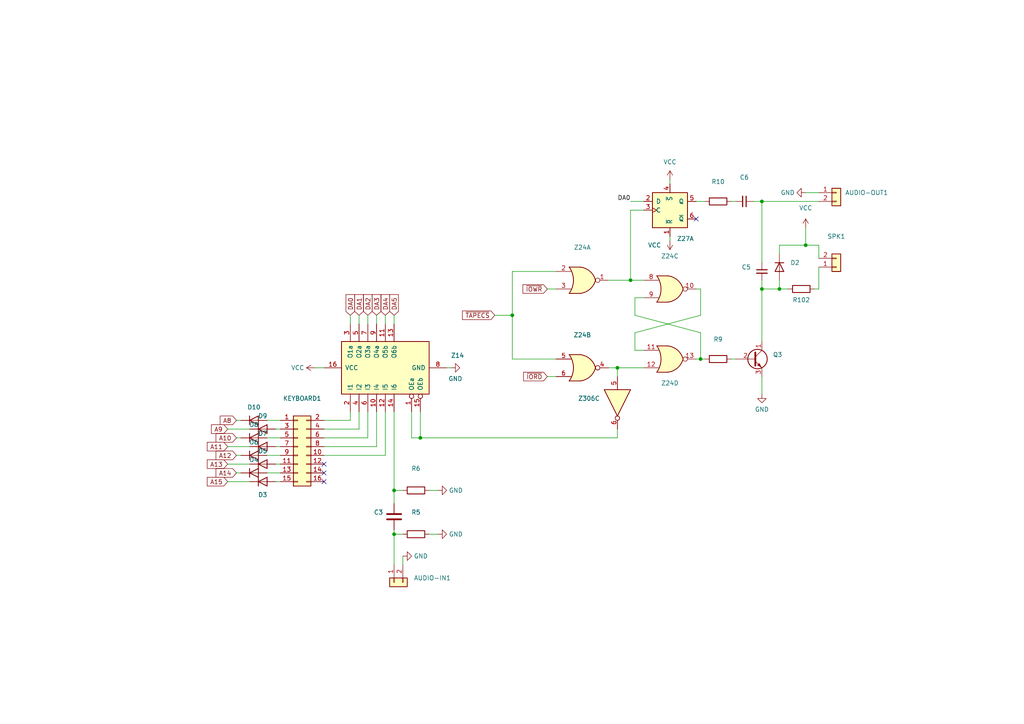
<source format=kicad_sch>
(kicad_sch (version 20211123) (generator eeschema)
  (paper "A4")
  (title_block (title "JupiterAceZ180") (date "2019-09-14") (rev "Alpha") (company "Ontobus") (comment 1 "John Bradley") (comment 2 "https://creativecommons.org/licenses/by-nc-sa/4.0/") (comment 3 "Attribution-NonCommercial-ShareAlike 4.0 International License.") (comment 4 "This work is licensed under a Creative Commons "))
  (lib_symbols
    (symbol "74xx:74LS02" (pin_names (offset 1.016))
      (property "Reference" "U" (at 0 1.27 0))
      (property "Value" "74LS02" (at 0 -1.27 0))
      (symbol "74LS02_1_1"
        (arc (start -3.81 -3.81) (mid -2.589 0) (end -3.81 3.81) (stroke (width 0.254)))
        (arc (start -0.6096 -3.81) (mid 2.1842 -2.5851) (end 3.81 0) (stroke (width 0.254)) (fill (type background)))
        (polyline (pts (xy -3.81 -3.81) (xy -0.635 -3.81)) (stroke (width 0.254)) (fill (type background)))
        (polyline (pts (xy -3.81 3.81) (xy -0.635 3.81)) (stroke (width 0.254)) (fill (type background)))
        (polyline (pts (xy -0.635 3.81) (xy -3.81 3.81) (xy -3.81 3.81) (xy -3.556 3.4036) (xy -3.0226 2.2606) (xy -2.6924 1.0414) (xy -2.6162 -0.254) (xy -2.7686 -1.4986) (xy -3.175 -2.7178) (xy -3.81 -3.81) (xy -3.81 -3.81) (xy -0.635 -3.81)) (stroke (width -25.4)) (fill (type background)))
        (arc (start 3.81 0) (mid 2.1915 2.5936) (end -0.6096 3.81) (stroke (width 0.254)) (fill (type background)))
        (pin output inverted (at 7.62 0 180) (length 3.81) (name "~") (number "1"))
        (pin input line (at -7.62 2.54 0) (length 4.318) (name "~") (number "2"))
        (pin input line (at -7.62 -2.54 0) (length 4.318) (name "~") (number "3"))
      )
      (symbol "74LS02_1_2"
        (arc (start 0 -3.81) (mid 3.81 0) (end 0 3.81) (stroke (width 0.254)) (fill (type background)))
        (polyline (pts (xy 0 3.81) (xy -3.81 3.81) (xy -3.81 -3.81) (xy 0 -3.81)) (stroke (width 0.254)) (fill (type background)))
        (pin output line (at 7.62 0 180) (length 3.81) (name "~") (number "1"))
        (pin input inverted (at -7.62 2.54 0) (length 3.81) (name "~") (number "2"))
        (pin input inverted (at -7.62 -2.54 0) (length 3.81) (name "~") (number "3"))
      )
      (symbol "74LS02_2_1"
        (arc (start -3.81 -3.81) (mid -2.589 0) (end -3.81 3.81) (stroke (width 0.254)))
        (arc (start -0.6096 -3.81) (mid 2.1842 -2.5851) (end 3.81 0) (stroke (width 0.254)) (fill (type background)))
        (polyline (pts (xy -3.81 -3.81) (xy -0.635 -3.81)) (stroke (width 0.254)) (fill (type background)))
        (polyline (pts (xy -3.81 3.81) (xy -0.635 3.81)) (stroke (width 0.254)) (fill (type background)))
        (polyline (pts (xy -0.635 3.81) (xy -3.81 3.81) (xy -3.81 3.81) (xy -3.556 3.4036) (xy -3.0226 2.2606) (xy -2.6924 1.0414) (xy -2.6162 -0.254) (xy -2.7686 -1.4986) (xy -3.175 -2.7178) (xy -3.81 -3.81) (xy -3.81 -3.81) (xy -0.635 -3.81)) (stroke (width -25.4)) (fill (type background)))
        (arc (start 3.81 0) (mid 2.1915 2.5936) (end -0.6096 3.81) (stroke (width 0.254)) (fill (type background)))
        (pin output inverted (at 7.62 0 180) (length 3.81) (name "~") (number "4"))
        (pin input line (at -7.62 2.54 0) (length 4.318) (name "~") (number "5"))
        (pin input line (at -7.62 -2.54 0) (length 4.318) (name "~") (number "6"))
      )
      (symbol "74LS02_2_2"
        (arc (start 0 -3.81) (mid 3.81 0) (end 0 3.81) (stroke (width 0.254)) (fill (type background)))
        (polyline (pts (xy 0 3.81) (xy -3.81 3.81) (xy -3.81 -3.81) (xy 0 -3.81)) (stroke (width 0.254)) (fill (type background)))
        (pin output line (at 7.62 0 180) (length 3.81) (name "~") (number "4"))
        (pin input inverted (at -7.62 2.54 0) (length 3.81) (name "~") (number "5"))
        (pin input inverted (at -7.62 -2.54 0) (length 3.81) (name "~") (number "6"))
      )
      (symbol "74LS02_3_1"
        (arc (start -3.81 -3.81) (mid -2.589 0) (end -3.81 3.81) (stroke (width 0.254)))
        (arc (start -0.6096 -3.81) (mid 2.1842 -2.5851) (end 3.81 0) (stroke (width 0.254)) (fill (type background)))
        (polyline (pts (xy -3.81 -3.81) (xy -0.635 -3.81)) (stroke (width 0.254)) (fill (type background)))
        (polyline (pts (xy -3.81 3.81) (xy -0.635 3.81)) (stroke (width 0.254)) (fill (type background)))
        (polyline (pts (xy -0.635 3.81) (xy -3.81 3.81) (xy -3.81 3.81) (xy -3.556 3.4036) (xy -3.0226 2.2606) (xy -2.6924 1.0414) (xy -2.6162 -0.254) (xy -2.7686 -1.4986) (xy -3.175 -2.7178) (xy -3.81 -3.81) (xy -3.81 -3.81) (xy -0.635 -3.81)) (stroke (width -25.4)) (fill (type background)))
        (arc (start 3.81 0) (mid 2.1915 2.5936) (end -0.6096 3.81) (stroke (width 0.254)) (fill (type background)))
        (pin output inverted (at 7.62 0 180) (length 3.81) (name "~") (number "10"))
        (pin input line (at -7.62 2.54 0) (length 4.318) (name "~") (number "8"))
        (pin input line (at -7.62 -2.54 0) (length 4.318) (name "~") (number "9"))
      )
      (symbol "74LS02_3_2"
        (arc (start 0 -3.81) (mid 3.81 0) (end 0 3.81) (stroke (width 0.254)) (fill (type background)))
        (polyline (pts (xy 0 3.81) (xy -3.81 3.81) (xy -3.81 -3.81) (xy 0 -3.81)) (stroke (width 0.254)) (fill (type background)))
        (pin output line (at 7.62 0 180) (length 3.81) (name "~") (number "10"))
        (pin input inverted (at -7.62 2.54 0) (length 3.81) (name "~") (number "8"))
        (pin input inverted (at -7.62 -2.54 0) (length 3.81) (name "~") (number "9"))
      )
      (symbol "74LS02_4_1"
        (arc (start -3.81 -3.81) (mid -2.589 0) (end -3.81 3.81) (stroke (width 0.254)))
        (arc (start -0.6096 -3.81) (mid 2.1842 -2.5851) (end 3.81 0) (stroke (width 0.254)) (fill (type background)))
        (polyline (pts (xy -3.81 -3.81) (xy -0.635 -3.81)) (stroke (width 0.254)) (fill (type background)))
        (polyline (pts (xy -3.81 3.81) (xy -0.635 3.81)) (stroke (width 0.254)) (fill (type background)))
        (polyline (pts (xy -0.635 3.81) (xy -3.81 3.81) (xy -3.81 3.81) (xy -3.556 3.4036) (xy -3.0226 2.2606) (xy -2.6924 1.0414) (xy -2.6162 -0.254) (xy -2.7686 -1.4986) (xy -3.175 -2.7178) (xy -3.81 -3.81) (xy -3.81 -3.81) (xy -0.635 -3.81)) (stroke (width -25.4)) (fill (type background)))
        (arc (start 3.81 0) (mid 2.1915 2.5936) (end -0.6096 3.81) (stroke (width 0.254)) (fill (type background)))
        (pin input line (at -7.62 2.54 0) (length 4.318) (name "~") (number "11"))
        (pin input line (at -7.62 -2.54 0) (length 4.318) (name "~") (number "12"))
        (pin output inverted (at 7.62 0 180) (length 3.81) (name "~") (number "13"))
      )
      (symbol "74LS02_4_2"
        (arc (start 0 -3.81) (mid 3.81 0) (end 0 3.81) (stroke (width 0.254)) (fill (type background)))
        (polyline (pts (xy 0 3.81) (xy -3.81 3.81) (xy -3.81 -3.81) (xy 0 -3.81)) (stroke (width 0.254)) (fill (type background)))
        (pin input inverted (at -7.62 2.54 0) (length 3.81) (name "~") (number "11"))
        (pin input inverted (at -7.62 -2.54 0) (length 3.81) (name "~") (number "12"))
        (pin output line (at 7.62 0 180) (length 3.81) (name "~") (number "13"))
      )
      (symbol "74LS02_5_0"
        (pin power_in line (at 0 12.7 270) (length 5.08) (name "VCC") (number "14"))
        (pin power_in line (at 0 -12.7 90) (length 5.08) (name "GND") (number "7"))
      )
      (symbol "74LS02_5_1"
        (rectangle (start -5.08 7.62) (end 5.08 -7.62) (stroke (width 0.254)) (fill (type background)))
      )
    )
    (symbol "74xx:74LS04"
      (property "Reference" "U" (at 0 1.27 0))
      (property "Value" "74LS04" (at 0 -1.27 0))
      (symbol "74LS04_1_0"
        (polyline (pts (xy -3.81 3.81) (xy -3.81 -3.81) (xy 3.81 0) (xy -3.81 3.81)) (stroke (width 0.254)) (fill (type background)))
        (pin input line (at -7.62 0 0) (length 3.81) (name "~") (number "1"))
        (pin output inverted (at 7.62 0 180) (length 3.81) (name "~") (number "2"))
      )
      (symbol "74LS04_2_0"
        (polyline (pts (xy -3.81 3.81) (xy -3.81 -3.81) (xy 3.81 0) (xy -3.81 3.81)) (stroke (width 0.254)) (fill (type background)))
        (pin input line (at -7.62 0 0) (length 3.81) (name "~") (number "3"))
        (pin output inverted (at 7.62 0 180) (length 3.81) (name "~") (number "4"))
      )
      (symbol "74LS04_3_0"
        (polyline (pts (xy -3.81 3.81) (xy -3.81 -3.81) (xy 3.81 0) (xy -3.81 3.81)) (stroke (width 0.254)) (fill (type background)))
        (pin input line (at -7.62 0 0) (length 3.81) (name "~") (number "5"))
        (pin output inverted (at 7.62 0 180) (length 3.81) (name "~") (number "6"))
      )
      (symbol "74LS04_4_0"
        (polyline (pts (xy -3.81 3.81) (xy -3.81 -3.81) (xy 3.81 0) (xy -3.81 3.81)) (stroke (width 0.254)) (fill (type background)))
        (pin output inverted (at 7.62 0 180) (length 3.81) (name "~") (number "8"))
        (pin input line (at -7.62 0 0) (length 3.81) (name "~") (number "9"))
      )
      (symbol "74LS04_5_0"
        (polyline (pts (xy -3.81 3.81) (xy -3.81 -3.81) (xy 3.81 0) (xy -3.81 3.81)) (stroke (width 0.254)) (fill (type background)))
        (pin output inverted (at 7.62 0 180) (length 3.81) (name "~") (number "10"))
        (pin input line (at -7.62 0 0) (length 3.81) (name "~") (number "11"))
      )
      (symbol "74LS04_6_0"
        (polyline (pts (xy -3.81 3.81) (xy -3.81 -3.81) (xy 3.81 0) (xy -3.81 3.81)) (stroke (width 0.254)) (fill (type background)))
        (pin output inverted (at 7.62 0 180) (length 3.81) (name "~") (number "12"))
        (pin input line (at -7.62 0 0) (length 3.81) (name "~") (number "13"))
      )
      (symbol "74LS04_7_0"
        (pin power_in line (at 0 12.7 270) (length 5.08) (name "VCC") (number "14"))
        (pin power_in line (at 0 -12.7 90) (length 5.08) (name "GND") (number "7"))
      )
      (symbol "74LS04_7_1"
        (rectangle (start -5.08 7.62) (end 5.08 -7.62) (stroke (width 0.254)) (fill (type background)))
      )
    )
    (symbol "74xx:74LS367" (pin_names (offset 1.016))
      (property "Reference" "U" (at -7.62 13.97 0))
      (property "Value" "74LS367" (at -7.62 -13.97 0))
      (symbol "74LS367_1_0"
        (pin input inverted (at -12.7 -7.62 0) (length 5.08) (name "OEa") (number "1"))
        (pin input line (at -12.7 2.54 0) (length 5.08) (name "I4") (number "10"))
        (pin tri_state line (at 12.7 0 180) (length 5.08) (name "O5b") (number "11"))
        (pin input line (at -12.7 0 0) (length 5.08) (name "I5") (number "12"))
        (pin tri_state line (at 12.7 -2.54 180) (length 5.08) (name "O6b") (number "13"))
        (pin input line (at -12.7 -2.54 0) (length 5.08) (name "I6") (number "14"))
        (pin input inverted (at -12.7 -10.16 0) (length 5.08) (name "OEb") (number "15"))
        (pin power_in line (at 0 17.78 270) (length 5.08) (name "VCC") (number "16"))
        (pin input line (at -12.7 10.16 0) (length 5.08) (name "I1") (number "2"))
        (pin tri_state line (at 12.7 10.16 180) (length 5.08) (name "O1a") (number "3"))
        (pin input line (at -12.7 7.62 0) (length 5.08) (name "I2") (number "4"))
        (pin tri_state line (at 12.7 7.62 180) (length 5.08) (name "O2a") (number "5"))
        (pin input line (at -12.7 5.08 0) (length 5.08) (name "I3") (number "6"))
        (pin tri_state line (at 12.7 5.08 180) (length 5.08) (name "O3a") (number "7"))
        (pin power_in line (at 0 -17.78 90) (length 5.08) (name "GND") (number "8"))
        (pin tri_state line (at 12.7 2.54 180) (length 5.08) (name "O4a") (number "9"))
      )
      (symbol "74LS367_1_1"
        (rectangle (start -7.62 12.7) (end 7.62 -12.7) (stroke (width 0.254)) (fill (type background)))
      )
    )
    (symbol "74xx:74LS74" (pin_names (offset 1.016))
      (property "Reference" "U" (at -7.62 8.89 0))
      (property "Value" "74LS74" (at -7.62 -8.89 0))
      (symbol "74LS74_1_0"
        (pin input line (at 0 -7.62 90) (length 2.54) (name "~{R}") (number "1"))
        (pin input line (at -7.62 2.54 0) (length 2.54) (name "D") (number "2"))
        (pin input clock (at -7.62 0 0) (length 2.54) (name "C") (number "3"))
        (pin input line (at 0 7.62 270) (length 2.54) (name "~{S}") (number "4"))
        (pin output line (at 7.62 2.54 180) (length 2.54) (name "Q") (number "5"))
        (pin output line (at 7.62 -2.54 180) (length 2.54) (name "~{Q}") (number "6"))
      )
      (symbol "74LS74_1_1"
        (rectangle (start -5.08 5.08) (end 5.08 -5.08) (stroke (width 0.254)) (fill (type background)))
      )
      (symbol "74LS74_2_0"
        (pin input line (at 0 7.62 270) (length 2.54) (name "~{S}") (number "10"))
        (pin input clock (at -7.62 0 0) (length 2.54) (name "C") (number "11"))
        (pin input line (at -7.62 2.54 0) (length 2.54) (name "D") (number "12"))
        (pin input line (at 0 -7.62 90) (length 2.54) (name "~{R}") (number "13"))
        (pin output line (at 7.62 -2.54 180) (length 2.54) (name "~{Q}") (number "8"))
        (pin output line (at 7.62 2.54 180) (length 2.54) (name "Q") (number "9"))
      )
      (symbol "74LS74_2_1"
        (rectangle (start -5.08 5.08) (end 5.08 -5.08) (stroke (width 0.254)) (fill (type background)))
      )
      (symbol "74LS74_3_0"
        (pin power_in line (at 0 10.16 270) (length 2.54) (name "VCC") (number "14"))
        (pin power_in line (at 0 -10.16 90) (length 2.54) (name "GND") (number "7"))
      )
      (symbol "74LS74_3_1"
        (rectangle (start -5.08 7.62) (end 5.08 -7.62) (stroke (width 0.254)) (fill (type background)))
      )
    )
    (symbol "Connector_Generic:Conn_01x02" (pin_names (offset 1.016) hide)
      (property "Reference" "J" (at 0 2.54 0))
      (property "Value" "Conn_01x02" (at 0 -5.08 0))
      (symbol "Conn_01x02_1_1"
        (rectangle (start -1.27 -2.413) (end 0 -2.667) (stroke (width 0.1524)))
        (rectangle (start -1.27 0.127) (end 0 -0.127) (stroke (width 0.1524)))
        (rectangle (start -1.27 1.27) (end 1.27 -3.81) (stroke (width 0.254)) (fill (type background)))
        (pin passive line (at -5.08 0 0) (length 3.81) (name "Pin_1") (number "1"))
        (pin passive line (at -5.08 -2.54 0) (length 3.81) (name "Pin_2") (number "2"))
      )
    )
    (symbol "Connector_Generic:Conn_02x08_Odd_Even" (pin_names (offset 1.016) hide)
      (property "Reference" "J" (at 1.27 10.16 0))
      (property "Value" "Conn_02x08_Odd_Even" (at 1.27 -12.7 0))
      (symbol "Conn_02x08_Odd_Even_1_1"
        (rectangle (start -1.27 -10.033) (end 0 -10.287) (stroke (width 0.1524)))
        (rectangle (start -1.27 -7.493) (end 0 -7.747) (stroke (width 0.1524)))
        (rectangle (start -1.27 -4.953) (end 0 -5.207) (stroke (width 0.1524)))
        (rectangle (start -1.27 -2.413) (end 0 -2.667) (stroke (width 0.1524)))
        (rectangle (start -1.27 0.127) (end 0 -0.127) (stroke (width 0.1524)))
        (rectangle (start -1.27 2.667) (end 0 2.413) (stroke (width 0.1524)))
        (rectangle (start -1.27 5.207) (end 0 4.953) (stroke (width 0.1524)))
        (rectangle (start -1.27 7.747) (end 0 7.493) (stroke (width 0.1524)))
        (rectangle (start -1.27 8.89) (end 3.81 -11.43) (stroke (width 0.254)) (fill (type background)))
        (rectangle (start 3.81 -10.033) (end 2.54 -10.287) (stroke (width 0.1524)))
        (rectangle (start 3.81 -7.493) (end 2.54 -7.747) (stroke (width 0.1524)))
        (rectangle (start 3.81 -4.953) (end 2.54 -5.207) (stroke (width 0.1524)))
        (rectangle (start 3.81 -2.413) (end 2.54 -2.667) (stroke (width 0.1524)))
        (rectangle (start 3.81 0.127) (end 2.54 -0.127) (stroke (width 0.1524)))
        (rectangle (start 3.81 2.667) (end 2.54 2.413) (stroke (width 0.1524)))
        (rectangle (start 3.81 5.207) (end 2.54 4.953) (stroke (width 0.1524)))
        (rectangle (start 3.81 7.747) (end 2.54 7.493) (stroke (width 0.1524)))
        (pin passive line (at -5.08 7.62 0) (length 3.81) (name "Pin_1") (number "1"))
        (pin passive line (at 7.62 -2.54 180) (length 3.81) (name "Pin_10") (number "10"))
        (pin passive line (at -5.08 -5.08 0) (length 3.81) (name "Pin_11") (number "11"))
        (pin passive line (at 7.62 -5.08 180) (length 3.81) (name "Pin_12") (number "12"))
        (pin passive line (at -5.08 -7.62 0) (length 3.81) (name "Pin_13") (number "13"))
        (pin passive line (at 7.62 -7.62 180) (length 3.81) (name "Pin_14") (number "14"))
        (pin passive line (at -5.08 -10.16 0) (length 3.81) (name "Pin_15") (number "15"))
        (pin passive line (at 7.62 -10.16 180) (length 3.81) (name "Pin_16") (number "16"))
        (pin passive line (at 7.62 7.62 180) (length 3.81) (name "Pin_2") (number "2"))
        (pin passive line (at -5.08 5.08 0) (length 3.81) (name "Pin_3") (number "3"))
        (pin passive line (at 7.62 5.08 180) (length 3.81) (name "Pin_4") (number "4"))
        (pin passive line (at -5.08 2.54 0) (length 3.81) (name "Pin_5") (number "5"))
        (pin passive line (at 7.62 2.54 180) (length 3.81) (name "Pin_6") (number "6"))
        (pin passive line (at -5.08 0 0) (length 3.81) (name "Pin_7") (number "7"))
        (pin passive line (at 7.62 0 180) (length 3.81) (name "Pin_8") (number "8"))
        (pin passive line (at -5.08 -2.54 0) (length 3.81) (name "Pin_9") (number "9"))
      )
    )
    (symbol "Device:C" (pin_numbers hide) (pin_names (offset 0.254))
      (property "Reference" "C" (at 0.635 2.54 0))
      (property "Value" "C" (at 0.635 -2.54 0))
      (symbol "C_0_1"
        (polyline (pts (xy -2.032 -0.762) (xy 2.032 -0.762)) (stroke (width 0.508)))
        (polyline (pts (xy -2.032 0.762) (xy 2.032 0.762)) (stroke (width 0.508)))
      )
      (symbol "C_1_1"
        (pin passive line (at 0 3.81 270) (length 2.794) (name "~") (number "1"))
        (pin passive line (at 0 -3.81 90) (length 2.794) (name "~") (number "2"))
      )
    )
    (symbol "Device:C_Small" (pin_numbers hide) (pin_names (offset 0.254) hide)
      (property "Reference" "C" (at 0.254 1.778 0))
      (property "Value" "C_Small" (at 0.254 -2.032 0))
      (symbol "C_Small_0_1"
        (polyline (pts (xy -1.524 -0.508) (xy 1.524 -0.508)) (stroke (width 0.3302)))
        (polyline (pts (xy -1.524 0.508) (xy 1.524 0.508)) (stroke (width 0.3048)))
      )
      (symbol "C_Small_1_1"
        (pin passive line (at 0 2.54 270) (length 2.032) (name "~") (number "1"))
        (pin passive line (at 0 -2.54 90) (length 2.032) (name "~") (number "2"))
      )
    )
    (symbol "Device:Q_NPN_CBE" (pin_names (offset 0) hide)
      (property "Reference" "Q" (at 5.08 1.27 0))
      (property "Value" "Q_NPN_CBE" (at 5.08 -1.27 0))
      (symbol "Q_NPN_CBE_0_1"
        (polyline (pts (xy 0.635 0.635) (xy 2.54 2.54)))
        (polyline (pts (xy 0.635 -0.635) (xy 2.54 -2.54) (xy 2.54 -2.54)))
        (polyline (pts (xy 0.635 1.905) (xy 0.635 -1.905) (xy 0.635 -1.905)) (stroke (width 0.508)))
        (polyline (pts (xy 1.27 -1.778) (xy 1.778 -1.27) (xy 2.286 -2.286) (xy 1.27 -1.778) (xy 1.27 -1.778)) (fill (type outline)))
        (circle (center 1.27 0) (radius 2.8194) (stroke (width 0.254)))
      )
      (symbol "Q_NPN_CBE_1_1"
        (pin passive line (at 2.54 5.08 270) (length 2.54) (name "C") (number "1"))
        (pin input line (at -5.08 0 0) (length 5.715) (name "B") (number "2"))
        (pin passive line (at 2.54 -5.08 90) (length 2.54) (name "E") (number "3"))
      )
    )
    (symbol "Device:R" (pin_numbers hide) (pin_names (offset 0))
      (property "Reference" "R" (at 2.032 0 90))
      (property "Value" "R" (at 0 0 90))
      (symbol "R_0_1"
        (rectangle (start -1.016 -2.54) (end 1.016 2.54) (stroke (width 0.254)))
      )
      (symbol "R_1_1"
        (pin passive line (at 0 3.81 270) (length 1.27) (name "~") (number "1"))
        (pin passive line (at 0 -3.81 90) (length 1.27) (name "~") (number "2"))
      )
    )
    (symbol "Diode:1N4148" (pin_numbers hide) (pin_names (offset 1.016) hide)
      (property "Reference" "D" (at 0 2.54 0))
      (property "Value" "1N4148" (at 0 -2.54 0))
      (symbol "1N4148_0_1"
        (polyline (pts (xy -1.27 1.27) (xy -1.27 -1.27)) (stroke (width 0.254)))
        (polyline (pts (xy 1.27 0) (xy -1.27 0)))
        (polyline (pts (xy 1.27 1.27) (xy 1.27 -1.27) (xy -1.27 0) (xy 1.27 1.27)) (stroke (width 0.254)))
      )
      (symbol "1N4148_1_1"
        (pin passive line (at -3.81 0 0) (length 2.54) (name "K") (number "1"))
        (pin passive line (at 3.81 0 180) (length 2.54) (name "A") (number "2"))
      )
    )
    (symbol "power:GND" (power) (pin_names (offset 0))
      (property "Value" "GND" (at 0 -3.81 0))
      (symbol "GND_0_1"
        (polyline (pts (xy 0 0) (xy 0 -1.27) (xy 1.27 -1.27) (xy 0 -2.54) (xy -1.27 -1.27) (xy 0 -1.27)))
      )
      (symbol "GND_1_1"
        (pin power_in line (at 0 0 270) (length 0) hide (name "GND") (number "1"))
      )
    )
    (symbol "power:VCC" (power) (pin_names (offset 0))
      (property "Value" "VCC" (at 0 3.81 0))
      (symbol "VCC_0_1"
        (polyline (pts (xy -0.762 1.27) (xy 0 2.54)))
        (polyline (pts (xy 0 0) (xy 0 2.54)))
        (polyline (pts (xy 0 2.54) (xy 0.762 1.27)))
      )
      (symbol "VCC_1_1"
        (pin power_in line (at 0 0 90) (length 0) hide (name "VCC") (number "1"))
      )
    )
  )
  (junction (at 148.59 91.44))
  (junction (at 220.98 83.82))
  (junction (at 233.68 71.12))
  (junction (at 226.06 83.82))
  (junction (at 121.92 127))
  (junction (at 114.3 154.94))
  (junction (at 220.98 58.42))
  (junction (at 182.88 81.28))
  (junction (at 114.3 142.24))
  (junction (at 203.2 104.14))
  (junction (at 179.07 106.68))
  (no_connect (at 201.93 63.5))
  (no_connect (at -344.805 283.21))
  (no_connect (at 93.98 134.62))
  (no_connect (at -28.575 298.45))
  (no_connect (at 93.98 139.7))
  (no_connect (at 93.98 137.16))
  (wire (pts (xy 81.28 121.92) (xy 77.47 121.92)))
  (wire (pts (xy 116.84 154.94) (xy 114.3 154.94)))
  (wire (pts (xy 148.59 104.14) (xy 161.29 104.14)))
  (wire (pts (xy 106.68 119.38) (xy 106.68 127)))
  (wire (pts (xy 72.39 129.54) (xy 66.04 129.54)))
  (wire (pts (xy 220.98 83.82) (xy 220.98 99.06)))
  (wire (pts (xy 233.68 71.12) (xy 237.49 71.12)))
  (wire (pts (xy 111.76 119.38) (xy 111.76 132.08)))
  (wire (pts (xy 93.98 132.08) (xy 111.76 132.08)))
  (wire (pts (xy 101.6 119.38) (xy 101.6 121.92)))
  (wire (pts (xy 226.06 83.82) (xy 226.06 81.28)))
  (wire (pts (xy 201.93 83.82) (xy 203.2 83.82)))
  (wire (pts (xy 204.47 58.42) (xy 201.93 58.42)))
  (wire (pts (xy 194.31 53.34) (xy 194.31 52.07)))
  (wire (pts (xy 109.22 93.98) (xy 109.22 91.44)))
  (wire (pts (xy 143.51 91.44) (xy 148.59 91.44)))
  (wire (pts (xy 148.59 78.74) (xy 148.59 91.44)))
  (wire (pts (xy 220.98 81.28) (xy 220.98 83.82)))
  (wire (pts (xy 116.84 142.24) (xy 114.3 142.24)))
  (wire (pts (xy 220.98 58.42) (xy 237.49 58.42)))
  (wire (pts (xy 119.38 119.38) (xy 119.38 127)))
  (wire (pts (xy 203.2 83.82) (xy 203.2 91.44)))
  (wire (pts (xy 93.98 106.68) (xy 91.44 106.68)))
  (wire (pts (xy 121.92 127) (xy 179.07 127)))
  (wire (pts (xy 226.06 71.12) (xy 226.06 73.66)))
  (wire (pts (xy 161.29 78.74) (xy 148.59 78.74)))
  (wire (pts (xy 81.28 132.08) (xy 77.47 132.08)))
  (wire (pts (xy 220.98 109.22) (xy 220.98 114.3)))
  (wire (pts (xy 114.3 146.05) (xy 114.3 142.24)))
  (wire (pts (xy 203.2 96.52) (xy 203.2 104.14)))
  (wire (pts (xy 161.29 83.82) (xy 158.75 83.82)))
  (wire (pts (xy 203.2 104.14) (xy 204.47 104.14)))
  (wire (pts (xy 111.76 93.98) (xy 111.76 91.44)))
  (wire (pts (xy 233.68 71.12) (xy 233.68 66.04)))
  (wire (pts (xy 114.3 119.38) (xy 114.3 142.24)))
  (wire (pts (xy 124.46 142.24) (xy 127 142.24)))
  (wire (pts (xy 179.07 106.68) (xy 186.69 106.68)))
  (wire (pts (xy 109.22 129.54) (xy 93.98 129.54)))
  (wire (pts (xy 69.85 137.16) (xy 68.58 137.16)))
  (wire (pts (xy 93.98 121.92) (xy 101.6 121.92)))
  (wire (pts (xy 226.06 71.12) (xy 233.68 71.12)))
  (wire (pts (xy 114.3 93.98) (xy 114.3 91.44)))
  (wire (pts (xy 203.2 96.52) (xy 184.15 91.44)))
  (wire (pts (xy 121.92 119.38) (xy 121.92 127)))
  (wire (pts (xy 114.3 163.83) (xy 114.3 154.94)))
  (wire (pts (xy 228.6 83.82) (xy 226.06 83.82)))
  (wire (pts (xy 69.85 127) (xy 68.58 127)))
  (wire (pts (xy 101.6 93.98) (xy 101.6 91.44)))
  (wire (pts (xy 116.84 161.29) (xy 116.84 163.83)))
  (wire (pts (xy 72.39 124.46) (xy 66.04 124.46)))
  (wire (pts (xy 184.15 86.36) (xy 186.69 86.36)))
  (wire (pts (xy 124.46 154.94) (xy 127 154.94)))
  (wire (pts (xy 72.39 139.7) (xy 66.04 139.7)))
  (wire (pts (xy 148.59 91.44) (xy 148.59 104.14)))
  (wire (pts (xy 220.98 83.82) (xy 226.06 83.82)))
  (wire (pts (xy 80.01 134.62) (xy 81.28 134.62)))
  (wire (pts (xy 80.01 139.7) (xy 81.28 139.7)))
  (wire (pts (xy 93.98 127) (xy 106.68 127)))
  (wire (pts (xy 80.01 124.46) (xy 81.28 124.46)))
  (wire (pts (xy 109.22 119.38) (xy 109.22 129.54)))
  (wire (pts (xy 176.53 81.28) (xy 182.88 81.28)))
  (wire (pts (xy 179.07 124.46) (xy 179.07 127)))
  (wire (pts (xy 186.69 60.96) (xy 182.88 60.96)))
  (wire (pts (xy 104.14 93.98) (xy 104.14 91.44)))
  (wire (pts (xy 176.53 106.68) (xy 179.07 106.68)))
  (wire (pts (xy 114.3 154.94) (xy 114.3 153.67)))
  (wire (pts (xy 179.07 106.68) (xy 179.07 109.22)))
  (wire (pts (xy 203.2 91.44) (xy 184.15 96.52)))
  (wire (pts (xy 81.28 137.16) (xy 77.47 137.16)))
  (wire (pts (xy 69.85 121.92) (xy 68.58 121.92)))
  (wire (pts (xy 161.29 109.22) (xy 158.75 109.22)))
  (wire (pts (xy 212.09 58.42) (xy 213.36 58.42)))
  (wire (pts (xy 184.15 101.6) (xy 186.69 101.6)))
  (wire (pts (xy 182.88 58.42) (xy 186.69 58.42)))
  (wire (pts (xy 201.93 104.14) (xy 203.2 104.14)))
  (wire (pts (xy 184.15 91.44) (xy 184.15 86.36)))
  (wire (pts (xy 106.68 93.98) (xy 106.68 91.44)))
  (wire (pts (xy 237.49 74.93) (xy 237.49 71.12)))
  (wire (pts (xy 184.15 96.52) (xy 184.15 101.6)))
  (wire (pts (xy 81.28 127) (xy 77.47 127)))
  (wire (pts (xy 237.49 83.82) (xy 237.49 77.47)))
  (wire (pts (xy 182.88 81.28) (xy 186.69 81.28)))
  (wire (pts (xy 220.98 58.42) (xy 220.98 76.2)))
  (wire (pts (xy 72.39 134.62) (xy 66.04 134.62)))
  (wire (pts (xy 104.14 119.38) (xy 104.14 124.46)))
  (wire (pts (xy 69.85 132.08) (xy 68.58 132.08)))
  (wire (pts (xy 236.22 83.82) (xy 237.49 83.82)))
  (wire (pts (xy 213.36 104.14) (xy 212.09 104.14)))
  (wire (pts (xy 182.88 60.96) (xy 182.88 81.28)))
  (wire (pts (xy 80.01 129.54) (xy 81.28 129.54)))
  (wire (pts (xy 237.49 55.88) (xy 233.68 55.88)))
  (wire (pts (xy 218.44 58.42) (xy 220.98 58.42)))
  (wire (pts (xy 119.38 127) (xy 121.92 127)))
  (wire (pts (xy 194.31 68.58) (xy 194.31 69.85)))
  (wire (pts (xy 130.81 106.68) (xy 129.54 106.68)))
  (wire (pts (xy 93.98 124.46) (xy 104.14 124.46)))
  (label "DA0" (at 182.88 58.42 180))
  (global_label "~{TAPECS}" (shape input) (at 143.51 91.44 180) (property "Intersheet References" "${INTERSHEET_REFS}" (at 134.231 91.3606 0) (effects (justify right))))
  (global_label "DA1" (shape input) (at 104.14 91.44 90) (property "Intersheet References" "${INTERSHEET_REFS}" (at 104.0606 85.5477 90) (effects (justify left))))
  (global_label "A12" (shape input) (at 68.58 132.08 180) (property "Intersheet References" "${INTERSHEET_REFS}" (at 62.7482 132.0006 0) (effects (justify right))))
  (global_label "DA5" (shape input) (at 114.3 91.44 90) (property "Intersheet References" "${INTERSHEET_REFS}" (at 114.2206 85.5477 90) (effects (justify left))))
  (global_label "~{IOWR}" (shape input) (at 158.75 83.82 180) (property "Intersheet References" "${INTERSHEET_REFS}" (at 151.7691 83.7406 0) (effects (justify right))))
  (global_label "DA3" (shape input) (at 109.22 91.44 90) (property "Intersheet References" "${INTERSHEET_REFS}" (at 109.1406 85.5477 90) (effects (justify left))))
  (global_label "A15" (shape input) (at 66.04 139.7 180) (property "Intersheet References" "${INTERSHEET_REFS}" (at 60.2082 139.6206 0) (effects (justify right))))
  (global_label "DA0" (shape input) (at 101.6 91.44 90) (property "Intersheet References" "${INTERSHEET_REFS}" (at 101.5206 85.5477 90) (effects (justify left))))
  (global_label "~{IORD}" (shape input) (at 158.75 109.22 180) (property "Intersheet References" "${INTERSHEET_REFS}" (at 151.9506 109.1406 0) (effects (justify right))))
  (global_label "A13" (shape input) (at 66.04 134.62 180) (property "Intersheet References" "${INTERSHEET_REFS}" (at 60.2082 134.5406 0) (effects (justify right))))
  (global_label "A14" (shape input) (at 68.58 137.16 180) (property "Intersheet References" "${INTERSHEET_REFS}" (at 62.7482 137.0806 0) (effects (justify right))))
  (global_label "DA4" (shape input) (at 111.76 91.44 90) (property "Intersheet References" "${INTERSHEET_REFS}" (at 111.6806 85.5477 90) (effects (justify left))))
  (global_label "A10" (shape input) (at 68.58 127 180) (property "Intersheet References" "${INTERSHEET_REFS}" (at 62.7482 126.9206 0) (effects (justify right))))
  (global_label "A11" (shape input) (at 66.04 129.54 180) (property "Intersheet References" "${INTERSHEET_REFS}" (at 60.2082 129.4606 0) (effects (justify right))))
  (global_label "A9" (shape input) (at 66.04 124.46 180) (property "Intersheet References" "${INTERSHEET_REFS}" (at 61.4177 124.3806 0) (effects (justify right))))
  (global_label "DA2" (shape input) (at 106.68 91.44 90) (property "Intersheet References" "${INTERSHEET_REFS}" (at 106.6006 85.5477 90) (effects (justify left))))
  (global_label "A8" (shape input) (at 68.58 121.92 180) (property "Intersheet References" "${INTERSHEET_REFS}" (at 63.9577 121.8406 0) (effects (justify right))))
  (symbol (lib_id "Connector_Generic:Conn_01x02") (at 114.3 168.91 90) (mirror x) (unit 1)
    (property "Reference" "AUDIO-IN1" (at 120.015 167.64 90) (effects (font (size 1.2954 1.2954)) (justify right)))
    (property "Manufacturer_Name" "SAMTEC" (effects hide))
    (property "Manufacturer_Part_Number" "TSW–101–10–T–D–RA" (effects hide))
  )
  (symbol (lib_id "Device:C") (at 114.3 149.86 180) (unit 1)
    (property "Reference" "C3" (at 111.125 148.5899 0) (effects (justify left)))
    (property "Manufacturer_Name" "vishay" (effects hide))
    (property "Manufacturer_Part_Number" "K473K15X7RF5TL2" (effects hide))
    (property "Height" "4" (effects hide))
  )
  (symbol (lib_id "Diode:1N4148") (at 76.2 139.7 0) (unit 1)
    (property "Reference" "D3" (at 76.2 143.51 0))
    (property "Datasheet" "https://assets.nexperia.com/documents/data-sheet/1N4148_1N4448.pdf" (effects hide))
    (property "Manufacturer_Name" "ON Semiconductor" (effects hide))
    (property "Manufacturer_Part_Number" "1N4148" (effects hide))
  )
  (symbol (lib_id "Device:Q_NPN_CBE") (at 218.44 104.14 0) (unit 1)
    (property "Reference" "Q3" (at 224.155 102.8699 0) (effects (justify left)))
    (property "Manufacturer_Part_Number" "BC183" (effects hide))
  )
  (symbol (lib_id "Diode:1N4148") (at 73.66 137.16 0) (unit 1)
    (property "Reference" "D4" (at 73.66 133.35 0))
    (property "Datasheet" "https://assets.nexperia.com/documents/data-sheet/1N4148_1N4448.pdf" (effects hide))
    (property "Manufacturer_Name" "ON Semiconductor" (effects hide))
    (property "Manufacturer_Part_Number" "1N4148" (effects hide))
  )
  (symbol (lib_id "Diode:1N4148") (at 76.2 134.62 0) (unit 1)
    (property "Reference" "D5" (at 76.2 130.81 0))
    (property "Datasheet" "https://assets.nexperia.com/documents/data-sheet/1N4148_1N4448.pdf" (effects hide))
    (property "Manufacturer_Name" "ON Semiconductor" (effects hide))
    (property "Manufacturer_Part_Number" "1N4148" (effects hide))
  )
  (symbol (lib_id "Diode:1N4148") (at 73.66 132.08 0) (unit 1)
    (property "Reference" "D6" (at 73.66 128.27 0))
    (property "Datasheet" "https://assets.nexperia.com/documents/data-sheet/1N4148_1N4448.pdf" (effects hide))
    (property "Manufacturer_Name" "ON Semiconductor" (effects hide))
    (property "Manufacturer_Part_Number" "1N4148" (effects hide))
  )
  (symbol (lib_id "Diode:1N4148") (at 76.2 129.54 0) (unit 1)
    (property "Reference" "D7" (at 76.2 125.73 0))
    (property "Datasheet" "https://assets.nexperia.com/documents/data-sheet/1N4148_1N4448.pdf" (effects hide))
    (property "Manufacturer_Name" "ON Semiconductor" (effects hide))
    (property "Manufacturer_Part_Number" "1N4148" (effects hide))
  )
  (symbol (lib_id "Diode:1N4148") (at 73.66 127 0) (unit 1)
    (property "Reference" "D8" (at 73.66 123.19 0))
    (property "Datasheet" "https://assets.nexperia.com/documents/data-sheet/1N4148_1N4448.pdf" (effects hide))
    (property "Manufacturer_Name" "ON Semiconductor" (effects hide))
    (property "Manufacturer_Part_Number" "1N4148" (effects hide))
  )
  (symbol (lib_id "Diode:1N4148") (at 76.2 124.46 0) (unit 1)
    (property "Reference" "D9" (at 76.2 120.65 0))
    (property "Datasheet" "https://assets.nexperia.com/documents/data-sheet/1N4148_1N4448.pdf" (effects hide))
    (property "Manufacturer_Name" "ON Semiconductor" (effects hide))
    (property "Manufacturer_Part_Number" "1N4148" (effects hide))
  )
  (symbol (lib_id "Diode:1N4148") (at 73.66 121.92 0) (unit 1)
    (property "Reference" "D10" (at 73.66 118.11 0))
    (property "Datasheet" "https://assets.nexperia.com/documents/data-sheet/1N4148_1N4448.pdf" (effects hide))
    (property "Manufacturer_Name" "ON Semiconductor" (effects hide))
    (property "Manufacturer_Part_Number" "1N4148" (effects hide))
  )
  (symbol (lib_id "Connector_Generic:Conn_01x02") (at 242.57 77.47 0) (mirror x) (unit 1)
    (property "Reference" "SPK1" (at 242.57 68.58 0) (effects (font (size 1.2954 1.2954))))
    (property "Manufacturer_Name" "SAMTEC" (effects hide))
    (property "Manufacturer_Part_Number" "TSW–101–10–T–D–RA" (effects hide))
  )
  (symbol (lib_id "Diode:1N4148") (at 226.06 77.47 270) (unit 1)
    (property "Reference" "D2" (at 229.235 76.1999 90) (effects (justify left)))
    (property "Datasheet" "https://assets.nexperia.com/documents/data-sheet/1N4148_1N4448.pdf" (effects hide))
    (property "Manufacturer_Name" "ON Semiconductor" (effects hide))
    (property "Manufacturer_Part_Number" "1N4148" (effects hide))
  )
  (symbol (lib_id "Connector_Generic:Conn_02x08_Odd_Even") (at 86.36 129.54 0) (unit 1)
    (property "Reference" "KEYBOARD1" (at 87.63 115.57 0))
    (property "Manufacturer_Name" "SAMTEC" (effects hide))
    (property "Manufacturer_Part_Number" "TSW–108–10–T–D–RA" (effects hide))
  )
  (symbol (lib_id "Device:C_Small") (at 220.98 78.74 0) (unit 1)
    (property "Reference" "C5" (at 217.805 77.4762 0) (effects (justify right)))
    (property "Manufacturer_Name" "tdk" (effects hide))
    (property "Manufacturer_Part_Number" "FA18C0G1H470JNU00" (effects hide))
  )
  (symbol (lib_id "Device:R") (at 232.41 83.82 90) (unit 1)
    (property "Reference" "R102" (at 232.41 86.995 90))
    (property "Manufacturer_Name" "Vishay" (effects hide))
    (property "Manufacturer_Part_Number" "MBA02040C2000FRP00 " (effects hide))
  )
  (symbol (lib_id "Device:C_Small") (at 215.9 58.42 270) (unit 1)
    (property "Reference" "C6" (at 215.8936 51.435 90))
    (property "Manufacturer_Name" "vishay" (effects hide))
    (property "Manufacturer_Part_Number" "K473K15X7RF5TL2" (effects hide))
    (property "Height" "4" (effects hide))
  )
  (symbol (lib_id "74xx:74LS02") (at 168.91 81.28 0) (unit 1)
    (property "Reference" "Z24" (at 168.91 71.755 0))
    (property "Datasheet" "http://www.ti.com/lit/gpn/sn74ls02" (effects hide))
    (property "Manufacturer_Part_Number" "SN74AHCT02N" (effects hide))
    (property "Manufacturer_Name" "Texas Instruments" (effects hide))
  )
  (symbol (lib_id "74xx:74LS02") (at 168.91 106.68 0) (unit 2)
    (property "Reference" "Z24" (at 168.91 97.155 0))
    (property "Datasheet" "http://www.ti.com/lit/gpn/sn74ls02" (effects hide))
    (property "Manufacturer_Part_Number" "SN74AHCT02N" (effects hide))
    (property "Manufacturer_Name" "Texas Instruments" (effects hide))
  )
  (symbol (lib_id "74xx:74LS02") (at 194.31 83.82 0) (unit 3)
    (property "Reference" "Z24" (at 194.31 74.295 0))
    (property "Datasheet" "http://www.ti.com/lit/gpn/sn74ls02" (effects hide))
    (property "Manufacturer_Part_Number" "SN74AHCT02N" (effects hide))
    (property "Manufacturer_Name" "Texas Instruments" (effects hide))
  )
  (symbol (lib_id "74xx:74LS02") (at 194.31 104.14 0) (unit 4)
    (property "Reference" "Z24" (at 194.31 111.125 0))
    (property "Datasheet" "http://www.ti.com/lit/gpn/sn74ls02" (effects hide))
    (property "Manufacturer_Part_Number" "SN74AHCT02N" (effects hide))
    (property "Manufacturer_Name" "Texas Instruments" (effects hide))
  )
  (symbol (lib_id "74xx:74LS74") (at 194.31 60.96 0) (unit 1)
    (property "Reference" "Z27" (at 196.3294 69.215 0) (effects (justify left)))
    (property "Datasheet" "74xx/74hc_hct74.pdf" (effects hide))
    (property "Manufacturer_Part_Number" "SN74AHCT74N" (effects hide))
    (property "Manufacturer_Name" "Texas Instruments" (effects hide))
  )
  (symbol (lib_id "Device:R") (at 120.65 154.94 270) (unit 1)
    (property "Reference" "R5" (at 120.65 148.59 90))
    (property "Manufacturer_Name" "Vishay" (effects hide))
    (property "Manufacturer_Part_Number" "MBA02040C1202FRP00" (effects hide))
  )
  (symbol (lib_id "74xx:74LS04") (at 179.07 116.84 270) (unit 3)
    (property "Reference" "Z306" (at 173.99 115.5699 90) (effects (justify right)))
    (property "Datasheet" "http://www.ti.com/lit/gpn/sn74LS04" (effects hide))
    (property "Manufacturer_Part_Number" "SN74AHCT04N" (effects hide))
    (property "Manufacturer_Name" "Texas Instruments" (effects hide))
  )
  (symbol (lib_id "power:GND") (at 220.98 114.3 0) (unit 1)
    (property "Reference" "#~PWR0103" (effects hide))
  )
  (symbol (lib_id "power:VCC") (at 233.68 66.04 0) (unit 1)
    (property "Reference" "#~PWR0105" (effects hide))
  )
  (symbol (lib_id "power:GND") (at 233.68 55.88 270) (unit 1)
    (property "Reference" "#~PWR0104" (effects hide))
  )
  (symbol (lib_id "power:GND") (at 130.81 106.68 90) (unit 1)
    (property "Reference" "#~PWR0108" (effects hide))
  )
  (symbol (lib_id "power:VCC") (at 194.31 52.07 0) (unit 1)
    (property "Reference" "#~PWR0122" (effects hide))
  )
  (symbol (lib_id "power:VCC") (at 194.31 69.85 180) (unit 1)
    (property "Reference" "#~PWR0123" (effects hide))
  )
  (symbol (lib_id "power:GND") (at 116.84 161.29 90) (unit 1)
    (property "Reference" "#0129" (effects hide))
  )
  (symbol (lib_id "power:GND") (at 127 154.94 90) (unit 1)
    (property "Reference" "#0128" (effects hide))
  )
  (symbol (lib_id "power:GND") (at 127 142.24 90) (unit 1)
    (property "Reference" "#0127" (effects hide))
  )
  (symbol (lib_id "power:VCC") (at 91.44 106.68 90) (unit 1)
    (property "Reference" "#~PWR0109" (effects hide))
  )
  (symbol (lib_id "74xx:74LS367") (at 111.76 106.68 90) (unit 1)
    (property "Reference" "Z14" (at 132.715 103.0986 90))
    (property "Datasheet" "http://www.ti.com/lit/gpn/sn74LS367" (effects hide))
    (property "Manufacturer_Part_Number" "SN74LS367AN" (effects hide))
    (property "Manufacturer_Name" "Texas Instruments" (effects hide))
  )
  (symbol (lib_id "Device:R") (at 120.65 142.24 270) (unit 1)
    (property "Reference" "R6" (at 120.65 135.89 90))
    (property "Manufacturer_Name" "Vishay" (effects hide))
    (property "Manufacturer_Part_Number" "MBA02040C1202FRP00" (effects hide))
  )
  (symbol (lib_id "Device:R") (at 208.28 58.42 90) (unit 1)
    (property "Reference" "R10" (at 208.28 52.705 90))
    (property "Manufacturer_Name" "Vishay" (effects hide))
    (property "Manufacturer_Part_Number" "MBA02040C1002FRP00 " (effects hide))
  )
  (symbol (lib_id "Connector_Generic:Conn_01x02") (at 242.57 55.88 0) (unit 1)
    (property "Reference" "AUDIO-OUT1" (at 245.11 55.88 0) (effects (font (size 1.2954 1.2954)) (justify left)))
    (property "Manufacturer_Name" "SAMTEC" (effects hide))
    (property "Manufacturer_Part_Number" "TSW–101–10–T–D–RA" (effects hide))
  )
  (symbol (lib_id "Device:R") (at 208.28 104.14 270) (unit 1)
    (property "Reference" "R9" (at 208.28 98.425 90))
    (property "Manufacturer_Name" "Vishay" (effects hide))
    (property "Manufacturer_Part_Number" "MBA02040C2202FRP00" (effects hide))
  )
)
</source>
